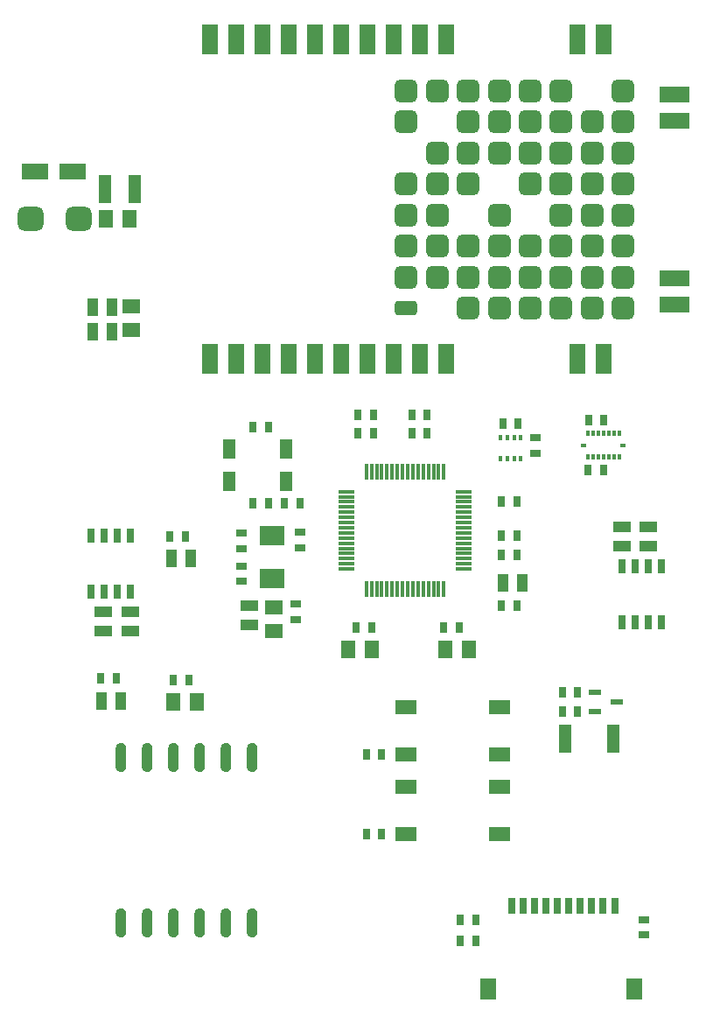
<source format=gbr>
%TF.GenerationSoftware,Altium Limited,Altium Designer,22.7.1 (60)*%
G04 Layer_Color=8421504*
%FSLAX45Y45*%
%MOMM*%
%TF.SameCoordinates,C4916FE7-F214-4651-8B13-81D0A890374D*%
%TF.FilePolarity,Positive*%
%TF.FileFunction,Paste,Top*%
%TF.Part,Single*%
G01*
G75*
%TA.AperFunction,SMDPad,CuDef*%
G04:AMPARAMS|DCode=10|XSize=1.56mm|YSize=0.28mm|CornerRadius=0.07mm|HoleSize=0mm|Usage=FLASHONLY|Rotation=90.000|XOffset=0mm|YOffset=0mm|HoleType=Round|Shape=RoundedRectangle|*
%AMROUNDEDRECTD10*
21,1,1.56000,0.14000,0,0,90.0*
21,1,1.42000,0.28000,0,0,90.0*
1,1,0.14000,0.07000,0.71000*
1,1,0.14000,0.07000,-0.71000*
1,1,0.14000,-0.07000,-0.71000*
1,1,0.14000,-0.07000,0.71000*
%
%ADD10ROUNDEDRECTD10*%
G04:AMPARAMS|DCode=11|XSize=1.56mm|YSize=0.28mm|CornerRadius=0.07mm|HoleSize=0mm|Usage=FLASHONLY|Rotation=180.000|XOffset=0mm|YOffset=0mm|HoleType=Round|Shape=RoundedRectangle|*
%AMROUNDEDRECTD11*
21,1,1.56000,0.14000,0,0,180.0*
21,1,1.42000,0.28000,0,0,180.0*
1,1,0.14000,-0.71000,0.07000*
1,1,0.14000,0.71000,0.07000*
1,1,0.14000,0.71000,-0.07000*
1,1,0.14000,-0.71000,-0.07000*
%
%ADD11ROUNDEDRECTD11*%
%ADD12R,0.59000X0.35000*%
%ADD13R,0.35000X0.59000*%
%ADD14R,0.35000X0.50000*%
G04:AMPARAMS|DCode=15|XSize=2.2mm|YSize=2.2mm|CornerRadius=0.55mm|HoleSize=0mm|Usage=FLASHONLY|Rotation=90.000|XOffset=0mm|YOffset=0mm|HoleType=Round|Shape=RoundedRectangle|*
%AMROUNDEDRECTD15*
21,1,2.20000,1.10000,0,0,90.0*
21,1,1.10000,2.20000,0,0,90.0*
1,1,1.10000,0.55000,0.55000*
1,1,1.10000,0.55000,-0.55000*
1,1,1.10000,-0.55000,-0.55000*
1,1,1.10000,-0.55000,0.55000*
%
%ADD15ROUNDEDRECTD15*%
G04:AMPARAMS|DCode=16|XSize=1.4mm|YSize=2.2mm|CornerRadius=0.35mm|HoleSize=0mm|Usage=FLASHONLY|Rotation=90.000|XOffset=0mm|YOffset=0mm|HoleType=Round|Shape=RoundedRectangle|*
%AMROUNDEDRECTD16*
21,1,1.40000,1.50000,0,0,90.0*
21,1,0.70000,2.20000,0,0,90.0*
1,1,0.70000,0.75000,0.35000*
1,1,0.70000,0.75000,-0.35000*
1,1,0.70000,-0.75000,-0.35000*
1,1,0.70000,-0.75000,0.35000*
%
%ADD16ROUNDEDRECTD16*%
%ADD17R,1.50000X3.00000*%
%ADD18R,3.00000X1.50000*%
%ADD19R,0.80000X1.50000*%
%ADD20R,1.50000X2.00000*%
%ADD21R,2.60000X1.60000*%
G04:AMPARAMS|DCode=22|XSize=2.3mm|YSize=2.5mm|CornerRadius=0.575mm|HoleSize=0mm|Usage=FLASHONLY|Rotation=270.000|XOffset=0mm|YOffset=0mm|HoleType=Round|Shape=RoundedRectangle|*
%AMROUNDEDRECTD22*
21,1,2.30000,1.35000,0,0,270.0*
21,1,1.15000,2.50000,0,0,270.0*
1,1,1.15000,-0.67500,-0.57500*
1,1,1.15000,-0.67500,0.57500*
1,1,1.15000,0.67500,0.57500*
1,1,1.15000,0.67500,-0.57500*
%
%ADD22ROUNDEDRECTD22*%
%ADD23R,1.16000X2.72000*%
%ADD24R,1.40000X1.70000*%
%ADD25R,1.70000X1.40000*%
%ADD26R,1.00000X1.70000*%
%ADD27R,0.80000X1.00000*%
%ADD28R,0.80000X1.45000*%
%ADD29R,1.70000X1.00000*%
%ADD30R,1.21920X0.53340*%
%ADD31R,1.30000X2.80000*%
%ADD32R,1.00000X0.80000*%
%ADD33R,2.40000X1.90000*%
%ADD34R,1.30000X1.90000*%
%ADD36R,2.10000X1.40000*%
G36*
X1279698Y1037800D02*
X1278898Y1032600D01*
X1277598Y1027500D01*
X1275698Y1022700D01*
X1273298Y1018000D01*
X1270498Y1013600D01*
X1267198Y1009500D01*
X1263498Y1005800D01*
X1259398Y1002500D01*
X1254998Y999700D01*
X1250298Y997300D01*
X1245498Y995400D01*
X1240398Y994100D01*
X1235198Y993300D01*
X1229998Y993000D01*
X1224798Y993300D01*
X1219598Y994100D01*
X1214498Y995400D01*
X1209698Y997300D01*
X1204998Y999700D01*
X1200598Y1002500D01*
X1196498Y1005800D01*
X1192798Y1009500D01*
X1189498Y1013600D01*
X1186698Y1018000D01*
X1184298Y1022700D01*
X1182398Y1027500D01*
X1181098Y1032600D01*
X1180298Y1037800D01*
X1179998Y1043000D01*
Y1223000D01*
X1180298Y1228200D01*
X1181098Y1233400D01*
X1182398Y1238500D01*
X1184298Y1243300D01*
X1186698Y1248000D01*
X1189498Y1252400D01*
X1192798Y1256500D01*
X1196498Y1260200D01*
X1200598Y1263500D01*
X1204998Y1266300D01*
X1209698Y1268700D01*
X1214498Y1270600D01*
X1219598Y1271900D01*
X1224798Y1272700D01*
X1229998Y1273000D01*
X1235198Y1272700D01*
X1240398Y1271900D01*
X1245498Y1270600D01*
X1250298Y1268700D01*
X1254998Y1266300D01*
X1259398Y1263500D01*
X1263498Y1260200D01*
X1267198Y1256500D01*
X1270498Y1252400D01*
X1273298Y1248000D01*
X1275698Y1243300D01*
X1277598Y1238500D01*
X1278898Y1233400D01*
X1279698Y1228200D01*
X1279998Y1223000D01*
Y1043000D01*
X1279698Y1037800D01*
D02*
G37*
G36*
X1533698D02*
X1532898Y1032600D01*
X1531598Y1027500D01*
X1529698Y1022700D01*
X1527298Y1018000D01*
X1524498Y1013600D01*
X1521198Y1009500D01*
X1517498Y1005800D01*
X1513398Y1002500D01*
X1508998Y999700D01*
X1504298Y997300D01*
X1499498Y995400D01*
X1494398Y994100D01*
X1489198Y993300D01*
X1483998Y993000D01*
X1478798Y993300D01*
X1473598Y994100D01*
X1468498Y995400D01*
X1463698Y997300D01*
X1458998Y999700D01*
X1454598Y1002500D01*
X1450498Y1005800D01*
X1446798Y1009500D01*
X1443498Y1013600D01*
X1440698Y1018000D01*
X1438298Y1022700D01*
X1436398Y1027500D01*
X1435098Y1032600D01*
X1434298Y1037800D01*
X1433998Y1043000D01*
Y1223000D01*
X1434298Y1228200D01*
X1435098Y1233400D01*
X1436398Y1238500D01*
X1438298Y1243300D01*
X1440698Y1248000D01*
X1443498Y1252400D01*
X1446798Y1256500D01*
X1450498Y1260200D01*
X1454598Y1263500D01*
X1458998Y1266300D01*
X1463698Y1268700D01*
X1468498Y1270600D01*
X1473598Y1271900D01*
X1478798Y1272700D01*
X1483998Y1273000D01*
X1489198Y1272700D01*
X1494398Y1271900D01*
X1499498Y1270600D01*
X1504298Y1268700D01*
X1508998Y1266300D01*
X1513398Y1263500D01*
X1517498Y1260200D01*
X1521198Y1256500D01*
X1524498Y1252400D01*
X1527298Y1248000D01*
X1529698Y1243300D01*
X1531598Y1238500D01*
X1532898Y1233400D01*
X1533698Y1228200D01*
X1533998Y1223000D01*
Y1043000D01*
X1533698Y1037800D01*
D02*
G37*
G36*
X1787698D02*
X1786898Y1032600D01*
X1785598Y1027500D01*
X1783698Y1022700D01*
X1781298Y1018000D01*
X1778498Y1013600D01*
X1775198Y1009500D01*
X1771498Y1005800D01*
X1767398Y1002500D01*
X1762998Y999700D01*
X1758298Y997300D01*
X1753498Y995400D01*
X1748398Y994100D01*
X1743198Y993300D01*
X1737998Y993000D01*
X1732798Y993300D01*
X1727598Y994100D01*
X1722498Y995400D01*
X1717698Y997300D01*
X1712998Y999700D01*
X1708598Y1002500D01*
X1704498Y1005800D01*
X1700798Y1009500D01*
X1697498Y1013600D01*
X1694698Y1018000D01*
X1692298Y1022700D01*
X1690398Y1027500D01*
X1689098Y1032600D01*
X1688298Y1037800D01*
X1687998Y1043000D01*
Y1223000D01*
X1688298Y1228200D01*
X1689098Y1233400D01*
X1690398Y1238500D01*
X1692298Y1243300D01*
X1694698Y1248000D01*
X1697498Y1252400D01*
X1700798Y1256500D01*
X1704498Y1260200D01*
X1708598Y1263500D01*
X1712998Y1266300D01*
X1717698Y1268700D01*
X1722498Y1270600D01*
X1727598Y1271900D01*
X1732798Y1272700D01*
X1737998Y1273000D01*
X1743198Y1272700D01*
X1748398Y1271900D01*
X1753498Y1270600D01*
X1758298Y1268700D01*
X1762998Y1266300D01*
X1767398Y1263500D01*
X1771498Y1260200D01*
X1775198Y1256500D01*
X1778498Y1252400D01*
X1781298Y1248000D01*
X1783698Y1243300D01*
X1785598Y1238500D01*
X1786898Y1233400D01*
X1787698Y1228200D01*
X1787998Y1223000D01*
Y1043000D01*
X1787698Y1037800D01*
D02*
G37*
G36*
X2041698D02*
X2040898Y1032600D01*
X2039598Y1027500D01*
X2037698Y1022700D01*
X2035298Y1018000D01*
X2032498Y1013600D01*
X2029198Y1009500D01*
X2025498Y1005800D01*
X2021398Y1002500D01*
X2016998Y999700D01*
X2012298Y997300D01*
X2007498Y995400D01*
X2002398Y994100D01*
X1997198Y993300D01*
X1991998Y993000D01*
X1986798Y993300D01*
X1981598Y994100D01*
X1976498Y995400D01*
X1971698Y997300D01*
X1966998Y999700D01*
X1962598Y1002500D01*
X1958498Y1005800D01*
X1954798Y1009500D01*
X1951498Y1013600D01*
X1948698Y1018000D01*
X1946298Y1022700D01*
X1944398Y1027500D01*
X1943098Y1032600D01*
X1942298Y1037800D01*
X1941998Y1043000D01*
Y1223000D01*
X1942298Y1228200D01*
X1943098Y1233400D01*
X1944398Y1238500D01*
X1946298Y1243300D01*
X1948698Y1248000D01*
X1951498Y1252400D01*
X1954798Y1256500D01*
X1958498Y1260200D01*
X1962598Y1263500D01*
X1966998Y1266300D01*
X1971698Y1268700D01*
X1976498Y1270600D01*
X1981598Y1271900D01*
X1986798Y1272700D01*
X1991998Y1273000D01*
X1997198Y1272700D01*
X2002398Y1271900D01*
X2007498Y1270600D01*
X2012298Y1268700D01*
X2016998Y1266300D01*
X2021398Y1263500D01*
X2025498Y1260200D01*
X2029198Y1256500D01*
X2032498Y1252400D01*
X2035298Y1248000D01*
X2037698Y1243300D01*
X2039598Y1238500D01*
X2040898Y1233400D01*
X2041698Y1228200D01*
X2041998Y1223000D01*
Y1043000D01*
X2041698Y1037800D01*
D02*
G37*
G36*
X2295698D02*
X2294898Y1032600D01*
X2293598Y1027500D01*
X2291698Y1022700D01*
X2289298Y1018000D01*
X2286498Y1013600D01*
X2283198Y1009500D01*
X2279498Y1005800D01*
X2275398Y1002500D01*
X2270998Y999700D01*
X2266298Y997300D01*
X2261498Y995400D01*
X2256398Y994100D01*
X2251198Y993300D01*
X2245998Y993000D01*
X2240798Y993300D01*
X2235598Y994100D01*
X2230498Y995400D01*
X2225698Y997300D01*
X2220998Y999700D01*
X2216598Y1002500D01*
X2212498Y1005800D01*
X2208798Y1009500D01*
X2205498Y1013600D01*
X2202698Y1018000D01*
X2200298Y1022700D01*
X2198398Y1027500D01*
X2197098Y1032600D01*
X2196298Y1037800D01*
X2195998Y1043000D01*
Y1223000D01*
X2196298Y1228200D01*
X2197098Y1233400D01*
X2198398Y1238500D01*
X2200298Y1243300D01*
X2202698Y1248000D01*
X2205498Y1252400D01*
X2208798Y1256500D01*
X2212498Y1260200D01*
X2216598Y1263500D01*
X2220998Y1266300D01*
X2225698Y1268700D01*
X2230498Y1270600D01*
X2235598Y1271900D01*
X2240798Y1272700D01*
X2245998Y1273000D01*
X2251198Y1272700D01*
X2256398Y1271900D01*
X2261498Y1270600D01*
X2266298Y1268700D01*
X2270998Y1266300D01*
X2275398Y1263500D01*
X2279498Y1260200D01*
X2283198Y1256500D01*
X2286498Y1252400D01*
X2289298Y1248000D01*
X2291698Y1243300D01*
X2293598Y1238500D01*
X2294898Y1233400D01*
X2295698Y1228200D01*
X2295998Y1223000D01*
Y1043000D01*
X2295698Y1037800D01*
D02*
G37*
G36*
X2549698D02*
X2548898Y1032600D01*
X2547598Y1027500D01*
X2545698Y1022700D01*
X2543298Y1018000D01*
X2540498Y1013600D01*
X2537198Y1009500D01*
X2533498Y1005800D01*
X2529398Y1002500D01*
X2524998Y999700D01*
X2520298Y997300D01*
X2515498Y995400D01*
X2510398Y994100D01*
X2505198Y993300D01*
X2499998Y993000D01*
X2494798Y993300D01*
X2489598Y994100D01*
X2484498Y995400D01*
X2479698Y997300D01*
X2474998Y999700D01*
X2470598Y1002500D01*
X2466498Y1005800D01*
X2462798Y1009500D01*
X2459498Y1013600D01*
X2456698Y1018000D01*
X2454298Y1022700D01*
X2452398Y1027500D01*
X2451098Y1032600D01*
X2450298Y1037800D01*
X2449998Y1043000D01*
Y1223000D01*
X2450298Y1228200D01*
X2451098Y1233400D01*
X2452398Y1238500D01*
X2454298Y1243300D01*
X2456698Y1248000D01*
X2459498Y1252400D01*
X2462798Y1256500D01*
X2466498Y1260200D01*
X2470598Y1263500D01*
X2474998Y1266300D01*
X2479698Y1268700D01*
X2484498Y1270600D01*
X2489598Y1271900D01*
X2494798Y1272700D01*
X2499998Y1273000D01*
X2505198Y1272700D01*
X2510398Y1271900D01*
X2515498Y1270600D01*
X2520298Y1268700D01*
X2524998Y1266300D01*
X2529398Y1263500D01*
X2533498Y1260200D01*
X2537198Y1256500D01*
X2540498Y1252400D01*
X2543298Y1248000D01*
X2545698Y1243300D01*
X2547598Y1238500D01*
X2548898Y1233400D01*
X2549698Y1228200D01*
X2549998Y1223000D01*
Y1043000D01*
X2549698Y1037800D01*
D02*
G37*
G36*
X1279698Y2637800D02*
X1278898Y2632600D01*
X1277598Y2627500D01*
X1275698Y2622700D01*
X1273298Y2618000D01*
X1270498Y2613600D01*
X1267198Y2609500D01*
X1263498Y2605800D01*
X1259398Y2602500D01*
X1254998Y2599700D01*
X1250298Y2597300D01*
X1245498Y2595400D01*
X1240398Y2594100D01*
X1235198Y2593300D01*
X1229998Y2593000D01*
X1224798Y2593300D01*
X1219598Y2594100D01*
X1214498Y2595400D01*
X1209698Y2597300D01*
X1204998Y2599700D01*
X1200598Y2602500D01*
X1196498Y2605800D01*
X1192798Y2609500D01*
X1189498Y2613600D01*
X1186698Y2618000D01*
X1184298Y2622700D01*
X1182398Y2627500D01*
X1181098Y2632600D01*
X1180298Y2637800D01*
X1179998Y2643000D01*
Y2823000D01*
X1180298Y2828200D01*
X1181098Y2833400D01*
X1182398Y2838500D01*
X1184298Y2843300D01*
X1186698Y2848000D01*
X1189498Y2852400D01*
X1192798Y2856500D01*
X1196498Y2860200D01*
X1200598Y2863500D01*
X1204998Y2866300D01*
X1209698Y2868700D01*
X1214498Y2870600D01*
X1219598Y2871900D01*
X1224798Y2872700D01*
X1229998Y2873000D01*
X1235198Y2872700D01*
X1240398Y2871900D01*
X1245498Y2870600D01*
X1250298Y2868700D01*
X1254998Y2866300D01*
X1259398Y2863500D01*
X1263498Y2860200D01*
X1267198Y2856500D01*
X1270498Y2852400D01*
X1273298Y2848000D01*
X1275698Y2843300D01*
X1277598Y2838500D01*
X1278898Y2833400D01*
X1279698Y2828200D01*
X1279998Y2823000D01*
Y2643000D01*
X1279698Y2637800D01*
D02*
G37*
G36*
X1533698D02*
X1532898Y2632600D01*
X1531598Y2627500D01*
X1529698Y2622700D01*
X1527298Y2618000D01*
X1524498Y2613600D01*
X1521198Y2609500D01*
X1517498Y2605800D01*
X1513398Y2602500D01*
X1508998Y2599700D01*
X1504298Y2597300D01*
X1499498Y2595400D01*
X1494398Y2594100D01*
X1489198Y2593300D01*
X1483998Y2593000D01*
X1478798Y2593300D01*
X1473598Y2594100D01*
X1468498Y2595400D01*
X1463698Y2597300D01*
X1458998Y2599700D01*
X1454598Y2602500D01*
X1450498Y2605800D01*
X1446798Y2609500D01*
X1443498Y2613600D01*
X1440698Y2618000D01*
X1438298Y2622700D01*
X1436398Y2627500D01*
X1435098Y2632600D01*
X1434298Y2637800D01*
X1433998Y2643000D01*
Y2823000D01*
X1434298Y2828200D01*
X1435098Y2833400D01*
X1436398Y2838500D01*
X1438298Y2843300D01*
X1440698Y2848000D01*
X1443498Y2852400D01*
X1446798Y2856500D01*
X1450498Y2860200D01*
X1454598Y2863500D01*
X1458998Y2866300D01*
X1463698Y2868700D01*
X1468498Y2870600D01*
X1473598Y2871900D01*
X1478798Y2872700D01*
X1483998Y2873000D01*
X1489198Y2872700D01*
X1494398Y2871900D01*
X1499498Y2870600D01*
X1504298Y2868700D01*
X1508998Y2866300D01*
X1513398Y2863500D01*
X1517498Y2860200D01*
X1521198Y2856500D01*
X1524498Y2852400D01*
X1527298Y2848000D01*
X1529698Y2843300D01*
X1531598Y2838500D01*
X1532898Y2833400D01*
X1533698Y2828200D01*
X1533998Y2823000D01*
Y2643000D01*
X1533698Y2637800D01*
D02*
G37*
G36*
X1787698D02*
X1786898Y2632600D01*
X1785598Y2627500D01*
X1783698Y2622700D01*
X1781298Y2618000D01*
X1778498Y2613600D01*
X1775198Y2609500D01*
X1771498Y2605800D01*
X1767398Y2602500D01*
X1762998Y2599700D01*
X1758298Y2597300D01*
X1753498Y2595400D01*
X1748398Y2594100D01*
X1743198Y2593300D01*
X1737998Y2593000D01*
X1732798Y2593300D01*
X1727598Y2594100D01*
X1722498Y2595400D01*
X1717698Y2597300D01*
X1712998Y2599700D01*
X1708598Y2602500D01*
X1704498Y2605800D01*
X1700798Y2609500D01*
X1697498Y2613600D01*
X1694698Y2618000D01*
X1692298Y2622700D01*
X1690398Y2627500D01*
X1689098Y2632600D01*
X1688298Y2637800D01*
X1687998Y2643000D01*
Y2823000D01*
X1688298Y2828200D01*
X1689098Y2833400D01*
X1690398Y2838500D01*
X1692298Y2843300D01*
X1694698Y2848000D01*
X1697498Y2852400D01*
X1700798Y2856500D01*
X1704498Y2860200D01*
X1708598Y2863500D01*
X1712998Y2866300D01*
X1717698Y2868700D01*
X1722498Y2870600D01*
X1727598Y2871900D01*
X1732798Y2872700D01*
X1737998Y2873000D01*
X1743198Y2872700D01*
X1748398Y2871900D01*
X1753498Y2870600D01*
X1758298Y2868700D01*
X1762998Y2866300D01*
X1767398Y2863500D01*
X1771498Y2860200D01*
X1775198Y2856500D01*
X1778498Y2852400D01*
X1781298Y2848000D01*
X1783698Y2843300D01*
X1785598Y2838500D01*
X1786898Y2833400D01*
X1787698Y2828200D01*
X1787998Y2823000D01*
Y2643000D01*
X1787698Y2637800D01*
D02*
G37*
G36*
X2041698D02*
X2040898Y2632600D01*
X2039598Y2627500D01*
X2037698Y2622700D01*
X2035298Y2618000D01*
X2032498Y2613600D01*
X2029198Y2609500D01*
X2025498Y2605800D01*
X2021398Y2602500D01*
X2016998Y2599700D01*
X2012298Y2597300D01*
X2007498Y2595400D01*
X2002398Y2594100D01*
X1997198Y2593300D01*
X1991998Y2593000D01*
X1986798Y2593300D01*
X1981598Y2594100D01*
X1976498Y2595400D01*
X1971698Y2597300D01*
X1966998Y2599700D01*
X1962598Y2602500D01*
X1958498Y2605800D01*
X1954798Y2609500D01*
X1951498Y2613600D01*
X1948698Y2618000D01*
X1946298Y2622700D01*
X1944398Y2627500D01*
X1943098Y2632600D01*
X1942298Y2637800D01*
X1941998Y2643000D01*
Y2823000D01*
X1942298Y2828200D01*
X1943098Y2833400D01*
X1944398Y2838500D01*
X1946298Y2843300D01*
X1948698Y2848000D01*
X1951498Y2852400D01*
X1954798Y2856500D01*
X1958498Y2860200D01*
X1962598Y2863500D01*
X1966998Y2866300D01*
X1971698Y2868700D01*
X1976498Y2870600D01*
X1981598Y2871900D01*
X1986798Y2872700D01*
X1991998Y2873000D01*
X1997198Y2872700D01*
X2002398Y2871900D01*
X2007498Y2870600D01*
X2012298Y2868700D01*
X2016998Y2866300D01*
X2021398Y2863500D01*
X2025498Y2860200D01*
X2029198Y2856500D01*
X2032498Y2852400D01*
X2035298Y2848000D01*
X2037698Y2843300D01*
X2039598Y2838500D01*
X2040898Y2833400D01*
X2041698Y2828200D01*
X2041998Y2823000D01*
Y2643000D01*
X2041698Y2637800D01*
D02*
G37*
G36*
X2295698D02*
X2294898Y2632600D01*
X2293598Y2627500D01*
X2291698Y2622700D01*
X2289298Y2618000D01*
X2286498Y2613600D01*
X2283198Y2609500D01*
X2279498Y2605800D01*
X2275398Y2602500D01*
X2270998Y2599700D01*
X2266298Y2597300D01*
X2261498Y2595400D01*
X2256398Y2594100D01*
X2251198Y2593300D01*
X2245998Y2593000D01*
X2240798Y2593300D01*
X2235598Y2594100D01*
X2230498Y2595400D01*
X2225698Y2597300D01*
X2220998Y2599700D01*
X2216598Y2602500D01*
X2212498Y2605800D01*
X2208798Y2609500D01*
X2205498Y2613600D01*
X2202698Y2618000D01*
X2200298Y2622700D01*
X2198398Y2627500D01*
X2197098Y2632600D01*
X2196298Y2637800D01*
X2195998Y2643000D01*
Y2823000D01*
X2196298Y2828200D01*
X2197098Y2833400D01*
X2198398Y2838500D01*
X2200298Y2843300D01*
X2202698Y2848000D01*
X2205498Y2852400D01*
X2208798Y2856500D01*
X2212498Y2860200D01*
X2216598Y2863500D01*
X2220998Y2866300D01*
X2225698Y2868700D01*
X2230498Y2870600D01*
X2235598Y2871900D01*
X2240798Y2872700D01*
X2245998Y2873000D01*
X2251198Y2872700D01*
X2256398Y2871900D01*
X2261498Y2870600D01*
X2266298Y2868700D01*
X2270998Y2866300D01*
X2275398Y2863500D01*
X2279498Y2860200D01*
X2283198Y2856500D01*
X2286498Y2852400D01*
X2289298Y2848000D01*
X2291698Y2843300D01*
X2293598Y2838500D01*
X2294898Y2833400D01*
X2295698Y2828200D01*
X2295998Y2823000D01*
Y2643000D01*
X2295698Y2637800D01*
D02*
G37*
G36*
X2549698D02*
X2548898Y2632600D01*
X2547598Y2627500D01*
X2545698Y2622700D01*
X2543298Y2618000D01*
X2540498Y2613600D01*
X2537198Y2609500D01*
X2533498Y2605800D01*
X2529398Y2602500D01*
X2524998Y2599700D01*
X2520298Y2597300D01*
X2515498Y2595400D01*
X2510398Y2594100D01*
X2505198Y2593300D01*
X2499998Y2593000D01*
X2494798Y2593300D01*
X2489598Y2594100D01*
X2484498Y2595400D01*
X2479698Y2597300D01*
X2474998Y2599700D01*
X2470598Y2602500D01*
X2466498Y2605800D01*
X2462798Y2609500D01*
X2459498Y2613600D01*
X2456698Y2618000D01*
X2454298Y2622700D01*
X2452398Y2627500D01*
X2451098Y2632600D01*
X2450298Y2637800D01*
X2449998Y2643000D01*
Y2823000D01*
X2450298Y2828200D01*
X2451098Y2833400D01*
X2452398Y2838500D01*
X2454298Y2843300D01*
X2456698Y2848000D01*
X2459498Y2852400D01*
X2462798Y2856500D01*
X2466498Y2860200D01*
X2470598Y2863500D01*
X2474998Y2866300D01*
X2479698Y2868700D01*
X2484498Y2870600D01*
X2489598Y2871900D01*
X2494798Y2872700D01*
X2499998Y2873000D01*
X2505198Y2872700D01*
X2510398Y2871900D01*
X2515498Y2870600D01*
X2520298Y2868700D01*
X2524998Y2866300D01*
X2529398Y2863500D01*
X2533498Y2860200D01*
X2537198Y2856500D01*
X2540498Y2852400D01*
X2543298Y2848000D01*
X2545698Y2843300D01*
X2547598Y2838500D01*
X2548898Y2833400D01*
X2549698Y2828200D01*
X2549998Y2823000D01*
Y2643000D01*
X2549698Y2637800D01*
D02*
G37*
D10*
X4355000Y5498000D02*
D03*
X4305000D02*
D03*
X4255000D02*
D03*
X4205000D02*
D03*
X4155000D02*
D03*
X4105000D02*
D03*
X4055000D02*
D03*
X4005000D02*
D03*
X3955000D02*
D03*
X3905000D02*
D03*
X3855000D02*
D03*
X3805000D02*
D03*
X3755000D02*
D03*
X3705000D02*
D03*
X3655000D02*
D03*
X3605000D02*
D03*
Y4362000D02*
D03*
X3655000D02*
D03*
X3705000D02*
D03*
X3755000D02*
D03*
X3805000D02*
D03*
X3855000D02*
D03*
X3905000D02*
D03*
X3955000D02*
D03*
X4005000D02*
D03*
X4055000D02*
D03*
X4105000D02*
D03*
X4155000D02*
D03*
X4205000D02*
D03*
X4255000D02*
D03*
X4305000D02*
D03*
X4355000D02*
D03*
D11*
X3412000Y5305000D02*
D03*
Y5255000D02*
D03*
Y5205000D02*
D03*
Y5155000D02*
D03*
Y5105000D02*
D03*
Y5055000D02*
D03*
Y5005000D02*
D03*
Y4955000D02*
D03*
Y4905000D02*
D03*
Y4855000D02*
D03*
Y4805000D02*
D03*
Y4755000D02*
D03*
Y4705000D02*
D03*
Y4655000D02*
D03*
Y4605000D02*
D03*
Y4555000D02*
D03*
X4548000D02*
D03*
Y4605000D02*
D03*
Y4655000D02*
D03*
Y4705000D02*
D03*
Y4755000D02*
D03*
Y4805000D02*
D03*
Y4855000D02*
D03*
Y4905000D02*
D03*
Y4955000D02*
D03*
Y5005000D02*
D03*
Y5055000D02*
D03*
Y5105000D02*
D03*
Y5155000D02*
D03*
Y5205000D02*
D03*
Y5255000D02*
D03*
Y5305000D02*
D03*
D12*
X5708200Y5753201D02*
D03*
X6091200D02*
D03*
D13*
X5749700Y5869700D02*
D03*
X5799700D02*
D03*
X5849701D02*
D03*
X5899700D02*
D03*
X5949700D02*
D03*
X5999700D02*
D03*
X6049700D02*
D03*
Y5636701D02*
D03*
X5999700D02*
D03*
X5949700D02*
D03*
X5899700D02*
D03*
X5849701D02*
D03*
X5799700D02*
D03*
X5749700D02*
D03*
D14*
X5098851Y5829100D02*
D03*
X5033851D02*
D03*
X4968851D02*
D03*
X4903851D02*
D03*
Y5624100D02*
D03*
X4968851D02*
D03*
X5033851D02*
D03*
X5098851D02*
D03*
D15*
X5490000Y9180000D02*
D03*
X4290000Y9180000D02*
D03*
X5790000Y7380000D02*
D03*
Y7680000D02*
D03*
Y7980000D02*
D03*
Y8280000D02*
D03*
X5790000Y8580000D02*
D03*
X5790000Y8880000D02*
D03*
X6090001Y9180000D02*
D03*
X4890000Y7980000D02*
D03*
X6090001Y7080000D02*
D03*
Y7680000D02*
D03*
X5490000D02*
D03*
X5190000D02*
D03*
X4890000D02*
D03*
X4590000D02*
D03*
X6090001Y8580000D02*
D03*
X5490000D02*
D03*
X5190000D02*
D03*
X4890000D02*
D03*
X4590000D02*
D03*
Y8880000D02*
D03*
X4290000Y7380000D02*
D03*
Y7680000D02*
D03*
Y8580000D02*
D03*
X5190000Y9180000D02*
D03*
X5790000Y7080000D02*
D03*
X5490000D02*
D03*
X5190000D02*
D03*
X4890000D02*
D03*
X4590000D02*
D03*
X3990000Y9180000D02*
D03*
Y7380000D02*
D03*
Y7980000D02*
D03*
Y8280000D02*
D03*
X6090001Y7380000D02*
D03*
X5490000D02*
D03*
X5190000D02*
D03*
X4890000D02*
D03*
X4590000D02*
D03*
X3990000Y7680000D02*
D03*
X6090001Y7980000D02*
D03*
X5490000D02*
D03*
X4290000D02*
D03*
X6090001Y8280000D02*
D03*
X5490000D02*
D03*
X5190000D02*
D03*
X4590000D02*
D03*
X4290000D02*
D03*
X6090001Y8880000D02*
D03*
X5490000D02*
D03*
X5190000D02*
D03*
X4890000D02*
D03*
X3990000D02*
D03*
X4890000Y9180000D02*
D03*
X4590000D02*
D03*
D16*
X3990000Y7080000D02*
D03*
D17*
X3617000Y6585000D02*
D03*
X3363000D02*
D03*
X3109000D02*
D03*
X2855000Y6585001D02*
D03*
X2601001Y6585000D02*
D03*
X2347000D02*
D03*
X2093000D02*
D03*
X3871000D02*
D03*
X4125000D02*
D03*
X4379000D02*
D03*
Y9675000D02*
D03*
X4125000D02*
D03*
X3871000D02*
D03*
X2093000D02*
D03*
X2347000D02*
D03*
X2601000D02*
D03*
X2855000Y9675000D02*
D03*
X3109000Y9675000D02*
D03*
X3363000D02*
D03*
X3617000D02*
D03*
X5903000Y6585000D02*
D03*
X5649000D02*
D03*
Y9675000D02*
D03*
X5903000D02*
D03*
D18*
X6585000Y7114000D02*
D03*
Y7368000D02*
D03*
Y9146000D02*
D03*
Y8892000D02*
D03*
D19*
X5785000Y1300000D02*
D03*
X5675000D02*
D03*
X5565000D02*
D03*
X5455000D02*
D03*
X5345000D02*
D03*
X5235000D02*
D03*
X5125000D02*
D03*
X5015000D02*
D03*
X6015000D02*
D03*
X5895000D02*
D03*
D20*
X6200000Y490000D02*
D03*
X4780000D02*
D03*
D21*
X400000Y8400000D02*
D03*
X760000D02*
D03*
D22*
X820000Y7939999D02*
D03*
X360000D02*
D03*
D23*
X1367500Y8230000D02*
D03*
X1072500D02*
D03*
D24*
X1314300Y7939999D02*
D03*
X1085700D02*
D03*
X3654301Y3780000D02*
D03*
X3425701D02*
D03*
X4594301D02*
D03*
X4365701D02*
D03*
X1964301Y3270000D02*
D03*
X1735701D02*
D03*
D25*
X1330000Y6865698D02*
D03*
Y7094298D02*
D03*
X2710001Y3955700D02*
D03*
Y4184300D02*
D03*
D26*
X1145000Y7090000D02*
D03*
X955000D02*
D03*
X1145000Y6850000D02*
D03*
X955000D02*
D03*
X1715000Y4660000D02*
D03*
X1905000D02*
D03*
X5115001Y4420000D02*
D03*
X4925001D02*
D03*
X1040001Y3280000D02*
D03*
X1230001D02*
D03*
D27*
X5065001Y5210000D02*
D03*
X4915001D02*
D03*
X1705000Y4870000D02*
D03*
X1855000D02*
D03*
X5650000Y3180000D02*
D03*
X5500000D02*
D03*
X5650000Y3360000D02*
D03*
X5500000D02*
D03*
X3655001Y3990000D02*
D03*
X3505001D02*
D03*
X4355000D02*
D03*
X4505000D02*
D03*
X4915001Y4880000D02*
D03*
X5065001D02*
D03*
X5065001Y4690000D02*
D03*
X4915001D02*
D03*
X4915001Y4200000D02*
D03*
X5065001D02*
D03*
X2964999Y5190000D02*
D03*
X2814999D02*
D03*
X2505000D02*
D03*
X2655000D02*
D03*
X2505000Y5930000D02*
D03*
X2655000D02*
D03*
X3525001Y6050000D02*
D03*
X3675001D02*
D03*
X3675001Y5870000D02*
D03*
X3525001D02*
D03*
X4195001Y6050000D02*
D03*
X4045001D02*
D03*
X4195001Y5870000D02*
D03*
X4045001D02*
D03*
X4925000Y5960000D02*
D03*
X5075000D02*
D03*
X5905000Y6000000D02*
D03*
X5755000D02*
D03*
X5750001Y5510000D02*
D03*
X5900001D02*
D03*
X1885001Y3480000D02*
D03*
X1735001D02*
D03*
X1185001Y3500000D02*
D03*
X1035001D02*
D03*
X4515000Y1160000D02*
D03*
X4665000D02*
D03*
X3605001Y2760000D02*
D03*
X3755001D02*
D03*
Y1990000D02*
D03*
X3605001D02*
D03*
X4665000Y960000D02*
D03*
X4515000D02*
D03*
D28*
X939501Y4337499D02*
D03*
X1066501D02*
D03*
X1193501D02*
D03*
X1320501D02*
D03*
X939501Y4882499D02*
D03*
X1066501D02*
D03*
X1193501D02*
D03*
X1320501D02*
D03*
X6460500Y4582500D02*
D03*
X6333500D02*
D03*
X6206500D02*
D03*
X6079500D02*
D03*
X6460500Y4037500D02*
D03*
X6333500D02*
D03*
X6206500D02*
D03*
X6079500D02*
D03*
D29*
X1320001Y3955000D02*
D03*
Y4145000D02*
D03*
X1060001Y3955000D02*
D03*
Y4145000D02*
D03*
X2470001Y4204300D02*
D03*
Y4014300D02*
D03*
X6080000Y4965000D02*
D03*
Y4775000D02*
D03*
X6330000Y4965000D02*
D03*
Y4775000D02*
D03*
D30*
X6026680Y3270000D02*
D03*
X5813320Y3176020D02*
D03*
Y3363980D02*
D03*
D31*
X5995000Y2910000D02*
D03*
X5525000D02*
D03*
D32*
X2920001Y4214300D02*
D03*
Y4064300D02*
D03*
X2960001Y4910001D02*
D03*
Y4760001D02*
D03*
X2400001Y4435001D02*
D03*
Y4585001D02*
D03*
Y4900001D02*
D03*
Y4750001D02*
D03*
X5240000Y5825000D02*
D03*
Y5675000D02*
D03*
X6290000Y1165000D02*
D03*
Y1015000D02*
D03*
D33*
X2690001Y4465001D02*
D03*
Y4875001D02*
D03*
D34*
X2825001Y5400000D02*
D03*
X2275001D02*
D03*
Y5720000D02*
D03*
X2825001D02*
D03*
D36*
X3985001Y3214999D02*
D03*
X4895001D02*
D03*
X3985001Y2764999D02*
D03*
X4895001D02*
D03*
X3985001Y2445000D02*
D03*
X4895001D02*
D03*
X3985001Y1995000D02*
D03*
X4895001D02*
D03*
%TF.MD5,cc6efc6b64a09777d2fdfc3d97773cbc*%
M02*

</source>
